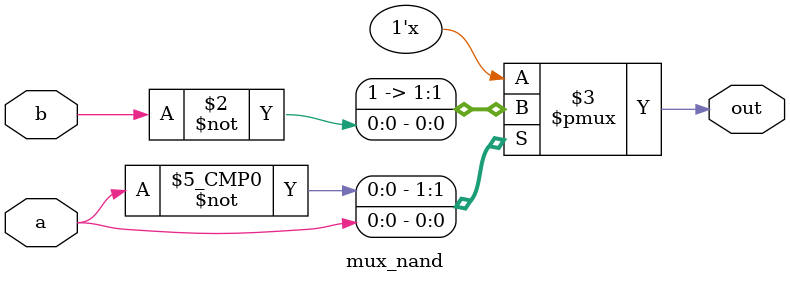
<source format=v>
module mux_nand(a,b,out);

   input a,b;
   output reg out;
   
   always@(*)
   begin
   
      case(a)
	  1'b0 : out = 1'b1;
	  1'b1 : out = ~b;
	  endcase
	  
	end

endmodule	

</source>
